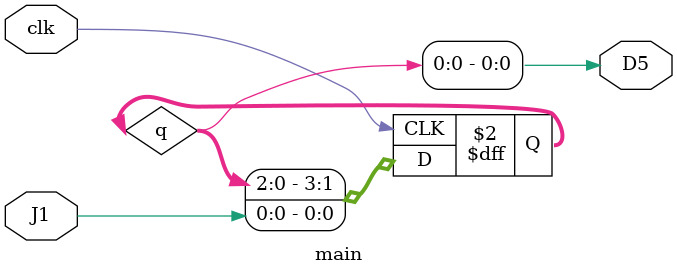
<source format=v>

module main ( input clk, input [3:0] J1, output D5 );

reg [3:0] q;

// nonblocking assignments means that all assignments
// are done simultaneously, in parallel
always @(posedge clk) 
  begin
    q[0] <= J1[0]; // <= means nonblocking assignment
    q[1] <= q[0];
    q[2] <= q[1];
    q[3] <= q[2];
    // equivalent to q <= {q[2:0], J1[0]}
  end

assign D5 = q;

endmodule

</source>
